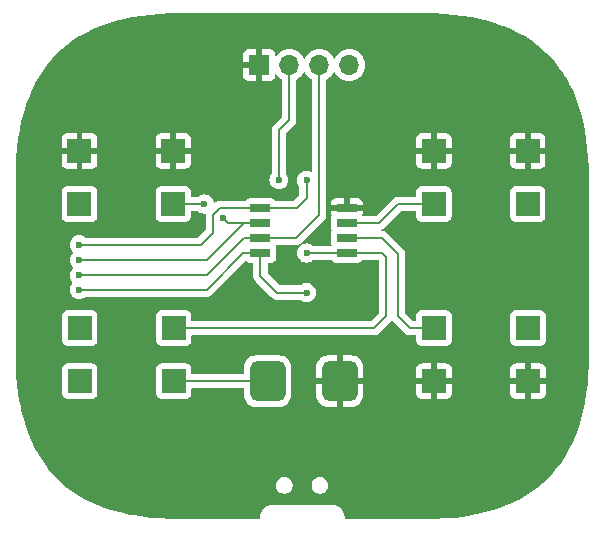
<source format=gbr>
%TF.GenerationSoftware,KiCad,Pcbnew,8.0.3*%
%TF.CreationDate,2024-08-18T16:24:04+10:00*%
%TF.ProjectId,tetris_03,74657472-6973-45f3-9033-2e6b69636164,rev?*%
%TF.SameCoordinates,Original*%
%TF.FileFunction,Copper,L1,Top*%
%TF.FilePolarity,Positive*%
%FSLAX46Y46*%
G04 Gerber Fmt 4.6, Leading zero omitted, Abs format (unit mm)*
G04 Created by KiCad (PCBNEW 8.0.3) date 2024-08-18 16:24:04*
%MOMM*%
%LPD*%
G01*
G04 APERTURE LIST*
G04 Aperture macros list*
%AMRoundRect*
0 Rectangle with rounded corners*
0 $1 Rounding radius*
0 $2 $3 $4 $5 $6 $7 $8 $9 X,Y pos of 4 corners*
0 Add a 4 corners polygon primitive as box body*
4,1,4,$2,$3,$4,$5,$6,$7,$8,$9,$2,$3,0*
0 Add four circle primitives for the rounded corners*
1,1,$1+$1,$2,$3*
1,1,$1+$1,$4,$5*
1,1,$1+$1,$6,$7*
1,1,$1+$1,$8,$9*
0 Add four rect primitives between the rounded corners*
20,1,$1+$1,$2,$3,$4,$5,0*
20,1,$1+$1,$4,$5,$6,$7,0*
20,1,$1+$1,$6,$7,$8,$9,0*
20,1,$1+$1,$8,$9,$2,$3,0*%
G04 Aperture macros list end*
%TA.AperFunction,SMDPad,CuDef*%
%ADD10R,2.000000X2.000000*%
%TD*%
%TA.AperFunction,ComponentPad*%
%ADD11R,1.700000X1.700000*%
%TD*%
%TA.AperFunction,ComponentPad*%
%ADD12O,1.700000X1.700000*%
%TD*%
%TA.AperFunction,SMDPad,CuDef*%
%ADD13R,1.700000X0.650000*%
%TD*%
%TA.AperFunction,SMDPad,CuDef*%
%ADD14RoundRect,0.535713X-0.964287X-1.139287X0.964287X-1.139287X0.964287X1.139287X-0.964287X1.139287X0*%
%TD*%
%TA.AperFunction,ViaPad*%
%ADD15C,0.600000*%
%TD*%
%TA.AperFunction,Conductor*%
%ADD16C,0.200000*%
%TD*%
G04 APERTURE END LIST*
D10*
%TO.P,RIGHT,1,1*%
%TO.N,Net-(U1-XTAL2{slash}PB4)*%
X147475000Y-48750000D03*
X139525000Y-48750000D03*
%TO.P,RIGHT,2,2*%
%TO.N,GND*%
X147475000Y-44250000D03*
X139525000Y-44250000D03*
%TD*%
%TO.P,LEFT,1,1*%
%TO.N,Net-(J1-Pin_4)*%
X117475000Y-48750000D03*
X109525000Y-48750000D03*
%TO.P,LEFT,2,2*%
%TO.N,GND*%
X117475000Y-44250000D03*
X109525000Y-44250000D03*
%TD*%
D11*
%TO.P,OLED,1,Pin_1*%
%TO.N,GND*%
X124750000Y-37000000D03*
D12*
%TO.P,OLED,2,Pin_2*%
%TO.N,VCC*%
X127290000Y-37000000D03*
%TO.P,OLED,3,Pin_3*%
%TO.N,Net-(J1-Pin_5)*%
X129830000Y-37000000D03*
%TO.P,OLED,4,Pin_4*%
%TO.N,Net-(J1-Pin_3)*%
X132370000Y-37000000D03*
%TD*%
D13*
%TO.P,ATTINY85,1,~{RESET}/PB5*%
%TO.N,Net-(J1-Pin_2)*%
X132150000Y-52905000D03*
%TO.P,ATTINY85,2,XTAL1/PB3*%
%TO.N,Net-(U1-XTAL1{slash}PB3)*%
X132150000Y-51635000D03*
%TO.P,ATTINY85,3,XTAL2/PB4*%
%TO.N,Net-(U1-XTAL2{slash}PB4)*%
X132150000Y-50365000D03*
%TO.P,ATTINY85,4,GND*%
%TO.N,GND*%
X132150000Y-49095000D03*
%TO.P,ATTINY85,5,AREF/PB0*%
%TO.N,Net-(J1-Pin_3)*%
X124850000Y-49095000D03*
%TO.P,ATTINY85,6,PB1*%
%TO.N,Net-(J1-Pin_4)*%
X124850000Y-50365000D03*
%TO.P,ATTINY85,7,PB2*%
%TO.N,Net-(J1-Pin_5)*%
X124850000Y-51635000D03*
%TO.P,ATTINY85,8,VCC*%
%TO.N,VCC*%
X124850000Y-52905000D03*
%TD*%
D10*
%TO.P,ROTATE,1,1*%
%TO.N,Net-(U1-XTAL1{slash}PB3)*%
X139550000Y-59250000D03*
X147500000Y-59250000D03*
%TO.P,ROTATE,2,2*%
%TO.N,GND*%
X139550000Y-63750000D03*
X147500000Y-63750000D03*
%TD*%
%TO.P,DROP,1,1*%
%TO.N,Net-(J1-Pin_2)*%
X109550000Y-59250000D03*
X117500000Y-59250000D03*
%TO.P,DROP,2,2*%
%TO.N,Net-(DROP1-Pad2)*%
X109550000Y-63750000D03*
X117500000Y-63750000D03*
%TD*%
D14*
%TO.P,R1,1*%
%TO.N,Net-(DROP1-Pad2)*%
X125450000Y-63750000D03*
%TO.P,R1,2*%
%TO.N,GND*%
X131550000Y-63750000D03*
%TD*%
D15*
%TO.N,Net-(J1-Pin_2)*%
X128750000Y-52900000D03*
%TO.N,Net-(J1-Pin_3)*%
X109500000Y-52200000D03*
X128750000Y-46750000D03*
%TO.N,VCC*%
X128750000Y-56250000D03*
X109500000Y-56000000D03*
X126400000Y-46700000D03*
%TO.N,Net-(J1-Pin_5)*%
X109500000Y-54800000D03*
%TO.N,Net-(J1-Pin_4)*%
X109500000Y-53500000D03*
X120100000Y-48750000D03*
X121675000Y-49925000D03*
%TD*%
D16*
%TO.N,Net-(DROP1-Pad2)*%
X117500000Y-63750000D02*
X125450000Y-63750000D01*
%TO.N,Net-(J1-Pin_2)*%
X135500000Y-53250000D02*
X135500000Y-58250000D01*
X135155000Y-52905000D02*
X135500000Y-53250000D01*
X129405000Y-52905000D02*
X132150000Y-52905000D01*
X129400000Y-52900000D02*
X129405000Y-52905000D01*
X132150000Y-52905000D02*
X135155000Y-52905000D01*
X135500000Y-58250000D02*
X134500000Y-59250000D01*
X134500000Y-59250000D02*
X117500000Y-59250000D01*
X128750000Y-52900000D02*
X129400000Y-52900000D01*
%TO.N,Net-(J1-Pin_3)*%
X121405000Y-49095000D02*
X124850000Y-49095000D01*
X120800000Y-51200000D02*
X120800000Y-49700000D01*
X109500000Y-52200000D02*
X119800000Y-52200000D01*
X120800000Y-49700000D02*
X121405000Y-49095000D01*
X124850000Y-49095000D02*
X127905000Y-49095000D01*
X128750000Y-48250000D02*
X128750000Y-48000000D01*
X127905000Y-49095000D02*
X128000000Y-49000000D01*
X128750000Y-48000000D02*
X128750000Y-46750000D01*
X119800000Y-52200000D02*
X120800000Y-51200000D01*
X128000000Y-49000000D02*
X128750000Y-48250000D01*
%TO.N,VCC*%
X123395000Y-52905000D02*
X124850000Y-52905000D01*
X109500000Y-56000000D02*
X120300000Y-56000000D01*
X120300000Y-56000000D02*
X123395000Y-52905000D01*
X127290000Y-37000000D02*
X127290000Y-41610000D01*
X124850000Y-54850000D02*
X124850000Y-52905000D01*
X126400000Y-42500000D02*
X126400000Y-46700000D01*
X126250000Y-56250000D02*
X124850000Y-54850000D01*
X127290000Y-41610000D02*
X126400000Y-42500000D01*
X128750000Y-56250000D02*
X126250000Y-56250000D01*
%TO.N,Net-(J1-Pin_5)*%
X129830000Y-49670000D02*
X129830000Y-37000000D01*
X127865000Y-51635000D02*
X129830000Y-49670000D01*
X124850000Y-51635000D02*
X127865000Y-51635000D01*
X120300000Y-54800000D02*
X123465000Y-51635000D01*
X123465000Y-51635000D02*
X124850000Y-51635000D01*
X109500000Y-54800000D02*
X120300000Y-54800000D01*
%TO.N,Net-(J1-Pin_4)*%
X123035000Y-50365000D02*
X124850000Y-50365000D01*
X120300000Y-53500000D02*
X123435000Y-50365000D01*
X120100000Y-48750000D02*
X117475000Y-48750000D01*
X123435000Y-50365000D02*
X124850000Y-50365000D01*
X121675000Y-49925000D02*
X122115000Y-50365000D01*
X109500000Y-53500000D02*
X120300000Y-53500000D01*
X122115000Y-50365000D02*
X124850000Y-50365000D01*
%TO.N,Net-(U1-XTAL2{slash}PB4)*%
X132150000Y-50365000D02*
X134885000Y-50365000D01*
X136500000Y-48750000D02*
X139525000Y-48750000D01*
X134885000Y-50365000D02*
X136500000Y-48750000D01*
%TO.N,Net-(U1-XTAL1{slash}PB3)*%
X135135000Y-51635000D02*
X136500000Y-53000000D01*
X137500000Y-59250000D02*
X139550000Y-59250000D01*
X132150000Y-51635000D02*
X135135000Y-51635000D01*
X136500000Y-53000000D02*
X136500000Y-58250000D01*
X136500000Y-58250000D02*
X137500000Y-59250000D01*
%TD*%
%TA.AperFunction,Conductor*%
%TO.N,GND*%
G36*
X138667647Y-32599412D02*
G01*
X139544556Y-32613271D01*
X139546135Y-32613323D01*
X140389316Y-32654621D01*
X140390972Y-32654731D01*
X141204651Y-32723422D01*
X141206455Y-32723608D01*
X141990568Y-32819557D01*
X141992500Y-32819832D01*
X142747087Y-32942897D01*
X142749096Y-32943268D01*
X143474263Y-33093302D01*
X143476385Y-33093791D01*
X144172059Y-33270603D01*
X144172087Y-33270610D01*
X144174322Y-33271234D01*
X144840761Y-33474689D01*
X144843032Y-33475445D01*
X145369812Y-33665495D01*
X145480321Y-33705364D01*
X145482713Y-33706298D01*
X146091080Y-33962546D01*
X146093522Y-33963655D01*
X146673186Y-34246101D01*
X146675656Y-34247393D01*
X147226927Y-34555965D01*
X147229398Y-34557444D01*
X147752672Y-34892163D01*
X147755109Y-34893828D01*
X148250718Y-35254729D01*
X148253066Y-35256552D01*
X148425773Y-35399348D01*
X148721369Y-35643750D01*
X148723651Y-35645760D01*
X149060509Y-35961505D01*
X149164988Y-36059436D01*
X149167152Y-36061595D01*
X149579954Y-36500000D01*
X149581866Y-36502030D01*
X149583884Y-36504311D01*
X149972252Y-36971829D01*
X149974102Y-36974201D01*
X150336319Y-37469145D01*
X150337989Y-37471577D01*
X150470640Y-37677828D01*
X150673611Y-37993415D01*
X150674186Y-37994308D01*
X150675665Y-37996764D01*
X150699166Y-38038493D01*
X150985899Y-38547639D01*
X150987194Y-38550099D01*
X151271454Y-39129446D01*
X151272566Y-39131878D01*
X151530782Y-39739971D01*
X151531721Y-39742352D01*
X151763797Y-40379468D01*
X151764574Y-40381779D01*
X151970375Y-41048108D01*
X151971005Y-41050335D01*
X152150355Y-41745962D01*
X152150854Y-41748093D01*
X152303621Y-42473200D01*
X152304005Y-42475231D01*
X152430025Y-43229870D01*
X152430307Y-43231796D01*
X152529426Y-44015917D01*
X152529622Y-44017738D01*
X152601713Y-44831446D01*
X152601835Y-44833162D01*
X152646773Y-45676405D01*
X152646832Y-45678020D01*
X152664574Y-46553715D01*
X152664584Y-46554708D01*
X152664584Y-61475168D01*
X152664578Y-61475949D01*
X152650598Y-62352735D01*
X152650544Y-62354371D01*
X152608910Y-63197329D01*
X152608794Y-63199067D01*
X152539566Y-64012556D01*
X152539374Y-64014397D01*
X152442713Y-64798334D01*
X152442433Y-64800281D01*
X152318509Y-65554664D01*
X152318127Y-65556714D01*
X152167117Y-66281592D01*
X152166618Y-66283743D01*
X151988709Y-66979184D01*
X151988078Y-66981428D01*
X151783464Y-67647526D01*
X151782685Y-67649854D01*
X151551526Y-68286824D01*
X151550584Y-68289219D01*
X151293083Y-68897154D01*
X151291968Y-68899599D01*
X151008233Y-69478820D01*
X151006934Y-69481290D01*
X150697077Y-70032046D01*
X150695591Y-70034515D01*
X150359630Y-70557174D01*
X150357957Y-70559612D01*
X149995872Y-71054507D01*
X149994019Y-71056883D01*
X149605708Y-71524376D01*
X149603689Y-71526658D01*
X149188977Y-71967097D01*
X149186813Y-71969256D01*
X148745486Y-72382927D01*
X148743201Y-72384939D01*
X148274936Y-72772137D01*
X148272559Y-72773983D01*
X147777048Y-73134882D01*
X147774611Y-73136547D01*
X147251512Y-73471275D01*
X147249045Y-73472754D01*
X146698014Y-73781366D01*
X146695547Y-73782656D01*
X146116328Y-74065110D01*
X146113889Y-74066218D01*
X145506198Y-74322454D01*
X145503809Y-74323389D01*
X144867392Y-74553307D01*
X144865072Y-74554080D01*
X144199794Y-74757518D01*
X144197558Y-74758144D01*
X143503325Y-74934943D01*
X143501182Y-74935438D01*
X142777830Y-75085452D01*
X142775788Y-75085831D01*
X142023320Y-75208884D01*
X142021382Y-75209161D01*
X141239838Y-75305092D01*
X141238004Y-75305282D01*
X140427333Y-75373958D01*
X140425603Y-75374074D01*
X139585890Y-75415362D01*
X139584262Y-75415415D01*
X138711283Y-75429274D01*
X138710505Y-75429280D01*
X132085546Y-75429280D01*
X132084397Y-75429266D01*
X132083256Y-75429239D01*
X132071381Y-75428960D01*
X132069060Y-75428851D01*
X132063178Y-75428433D01*
X132060861Y-75428213D01*
X132055684Y-75427597D01*
X132053348Y-75427262D01*
X132050743Y-75426824D01*
X132048757Y-75426489D01*
X132046416Y-75426037D01*
X132042412Y-75425161D01*
X132040109Y-75424598D01*
X132036584Y-75423646D01*
X132034275Y-75422961D01*
X132031234Y-75421977D01*
X132028956Y-75421178D01*
X132028940Y-75421172D01*
X132026284Y-75420165D01*
X132024049Y-75419254D01*
X132021758Y-75418254D01*
X132019560Y-75417229D01*
X132017543Y-75416227D01*
X132015396Y-75415094D01*
X132015273Y-75415025D01*
X132013622Y-75414100D01*
X132011523Y-75412853D01*
X132009972Y-75411879D01*
X132007982Y-75410559D01*
X132006571Y-75409573D01*
X132004591Y-75408113D01*
X132003354Y-75407152D01*
X132001506Y-75405641D01*
X132000331Y-75404631D01*
X131998486Y-75402961D01*
X131997444Y-75401969D01*
X131995730Y-75400255D01*
X131994712Y-75399185D01*
X131993091Y-75397395D01*
X131992096Y-75396238D01*
X131990551Y-75394348D01*
X131989571Y-75393086D01*
X131988130Y-75391132D01*
X131987157Y-75389742D01*
X131985815Y-75387716D01*
X131984852Y-75386181D01*
X131983629Y-75384122D01*
X131982625Y-75382333D01*
X131981482Y-75380170D01*
X131980472Y-75378138D01*
X131979464Y-75375977D01*
X131978430Y-75373606D01*
X131977527Y-75371389D01*
X131976534Y-75368767D01*
X131975739Y-75366501D01*
X131974738Y-75363408D01*
X131974060Y-75361126D01*
X131973104Y-75357590D01*
X131972549Y-75355314D01*
X131971665Y-75351270D01*
X131971221Y-75348968D01*
X131970447Y-75344373D01*
X131970114Y-75342058D01*
X131969494Y-75336851D01*
X131970042Y-75321762D01*
X131970237Y-75320754D01*
X131971073Y-75316432D01*
X131968322Y-75277646D01*
X131968702Y-75267185D01*
X131969681Y-75260401D01*
X131969681Y-75260399D01*
X131966867Y-75236783D01*
X131966537Y-75232141D01*
X131966482Y-75229780D01*
X131965983Y-75208499D01*
X131965981Y-75208495D01*
X131965956Y-75207392D01*
X131965762Y-75205359D01*
X131965660Y-75204756D01*
X131965661Y-75204753D01*
X131961713Y-75181296D01*
X131961158Y-75176630D01*
X131959405Y-75151896D01*
X131959169Y-75150253D01*
X131959018Y-75149562D01*
X131953937Y-75126316D01*
X131953154Y-75121662D01*
X131950217Y-75097005D01*
X131949980Y-75095777D01*
X131943572Y-75072063D01*
X131942554Y-75067410D01*
X131942548Y-75067372D01*
X131938623Y-75044042D01*
X131938622Y-75044039D01*
X131938419Y-75042833D01*
X131938197Y-75041925D01*
X131930602Y-75018456D01*
X131929355Y-75013848D01*
X131924297Y-74990702D01*
X131924296Y-74990700D01*
X131924023Y-74989450D01*
X131923882Y-74988976D01*
X131923498Y-74987965D01*
X131915106Y-74965815D01*
X131913634Y-74961270D01*
X131907437Y-74938330D01*
X131907094Y-74937060D01*
X131907040Y-74936908D01*
X131906608Y-74935919D01*
X131906608Y-74935917D01*
X131897073Y-74914076D01*
X131895371Y-74909586D01*
X131888056Y-74886976D01*
X131888055Y-74886974D01*
X131887659Y-74885750D01*
X131887191Y-74884808D01*
X131887191Y-74884807D01*
X131876588Y-74863469D01*
X131874655Y-74859040D01*
X131866234Y-74836815D01*
X131866234Y-74836814D01*
X131866232Y-74836811D01*
X131865822Y-74835729D01*
X131853686Y-74814073D01*
X131851530Y-74809736D01*
X131841999Y-74787901D01*
X131841997Y-74787898D01*
X131841570Y-74786920D01*
X131828394Y-74765935D01*
X131826010Y-74761683D01*
X131821583Y-74752773D01*
X131815411Y-74740352D01*
X131815409Y-74740350D01*
X131814986Y-74739498D01*
X131814500Y-74738803D01*
X131814499Y-74738800D01*
X131800815Y-74719241D01*
X131798225Y-74715115D01*
X131788684Y-74698092D01*
X131786556Y-74694295D01*
X131786554Y-74694293D01*
X131786121Y-74693520D01*
X131785626Y-74692883D01*
X131785626Y-74692882D01*
X131770966Y-74674010D01*
X131768163Y-74670004D01*
X131755028Y-74649083D01*
X131738960Y-74630403D01*
X131735957Y-74626538D01*
X131721828Y-74606343D01*
X131704833Y-74588474D01*
X131701642Y-74584765D01*
X131686512Y-74565288D01*
X131668659Y-74548307D01*
X131665290Y-74544766D01*
X131649702Y-74526646D01*
X131649698Y-74526643D01*
X131649229Y-74526098D01*
X131648686Y-74525631D01*
X131648685Y-74525629D01*
X131630563Y-74510039D01*
X131627029Y-74506678D01*
X131610541Y-74489343D01*
X131610540Y-74489342D01*
X131610035Y-74488811D01*
X131609434Y-74488344D01*
X131590549Y-74473675D01*
X131586842Y-74470486D01*
X131569007Y-74453521D01*
X131568370Y-74453075D01*
X131568369Y-74453074D01*
X131548804Y-74439384D01*
X131544946Y-74436387D01*
X131526243Y-74420297D01*
X131505305Y-74407152D01*
X131501301Y-74404351D01*
X131501293Y-74404345D01*
X131482438Y-74389699D01*
X131482437Y-74389698D01*
X131481802Y-74389205D01*
X131460238Y-74377119D01*
X131456105Y-74374524D01*
X131435837Y-74360344D01*
X131413623Y-74349307D01*
X131409372Y-74346924D01*
X131388413Y-74333765D01*
X131365634Y-74323821D01*
X131361284Y-74321660D01*
X131349907Y-74315284D01*
X131340470Y-74309995D01*
X131340468Y-74309994D01*
X131339602Y-74309509D01*
X131329779Y-74305787D01*
X131316264Y-74300666D01*
X131311843Y-74298736D01*
X131300067Y-74292885D01*
X131289550Y-74287660D01*
X131265757Y-74279961D01*
X131261254Y-74278254D01*
X131246039Y-74271613D01*
X131238477Y-74268312D01*
X131238298Y-74268250D01*
X131237019Y-74267904D01*
X131226876Y-74265162D01*
X131214117Y-74261714D01*
X131209543Y-74260233D01*
X131186368Y-74251453D01*
X131185831Y-74251294D01*
X131161457Y-74245968D01*
X131156835Y-74244719D01*
X131133379Y-74237130D01*
X131132499Y-74236915D01*
X131107970Y-74232787D01*
X131103322Y-74231771D01*
X131079592Y-74225359D01*
X131078303Y-74225109D01*
X131053627Y-74222170D01*
X131048966Y-74221385D01*
X131025086Y-74216168D01*
X131023407Y-74215926D01*
X130998712Y-74214174D01*
X130994051Y-74213618D01*
X130970030Y-74209577D01*
X130967915Y-74209375D01*
X130943170Y-74208793D01*
X130938529Y-74208463D01*
X130914918Y-74205651D01*
X130910497Y-74206289D01*
X130909709Y-74206403D01*
X130902714Y-74206905D01*
X130897929Y-74206905D01*
X130894464Y-74206782D01*
X130886933Y-74206247D01*
X130858902Y-74204260D01*
X130858892Y-74204260D01*
X130852276Y-74205539D01*
X130841835Y-74206416D01*
X130805722Y-74205570D01*
X130802605Y-74205497D01*
X130802604Y-74205497D01*
X130802603Y-74205497D01*
X130802509Y-74205520D01*
X130790942Y-74206905D01*
X125989383Y-74206905D01*
X125977816Y-74205520D01*
X125977721Y-74205497D01*
X125977720Y-74205497D01*
X125976739Y-74205520D01*
X125938489Y-74206416D01*
X125928047Y-74205539D01*
X125921430Y-74204260D01*
X125921422Y-74204260D01*
X125893390Y-74206247D01*
X125885859Y-74206782D01*
X125882395Y-74206905D01*
X125877610Y-74206905D01*
X125870614Y-74206403D01*
X125869510Y-74206244D01*
X125865404Y-74205651D01*
X125841793Y-74208463D01*
X125837152Y-74208793D01*
X125812415Y-74209374D01*
X125810297Y-74209576D01*
X125786275Y-74213618D01*
X125781612Y-74214174D01*
X125756924Y-74215924D01*
X125755238Y-74216167D01*
X125731354Y-74221385D01*
X125726695Y-74222170D01*
X125702024Y-74225109D01*
X125700712Y-74225363D01*
X125677012Y-74231768D01*
X125672363Y-74232785D01*
X125647844Y-74236911D01*
X125646929Y-74237135D01*
X125623493Y-74244717D01*
X125618873Y-74245966D01*
X125594501Y-74251292D01*
X125593949Y-74251456D01*
X125570781Y-74260232D01*
X125566211Y-74261711D01*
X125542052Y-74268241D01*
X125541843Y-74268315D01*
X125519092Y-74278245D01*
X125514579Y-74279956D01*
X125490770Y-74287660D01*
X125468471Y-74298739D01*
X125464033Y-74300676D01*
X125440718Y-74309510D01*
X125419050Y-74321653D01*
X125414702Y-74323814D01*
X125391913Y-74333762D01*
X125370937Y-74346930D01*
X125366693Y-74349309D01*
X125344477Y-74360349D01*
X125324221Y-74374521D01*
X125320090Y-74377115D01*
X125298519Y-74389204D01*
X125279026Y-74404345D01*
X125275027Y-74407144D01*
X125254082Y-74420294D01*
X125235377Y-74436385D01*
X125231516Y-74439385D01*
X125211309Y-74453524D01*
X125193465Y-74470495D01*
X125189759Y-74473684D01*
X125170298Y-74488802D01*
X125153308Y-74506662D01*
X125149764Y-74510033D01*
X125131092Y-74526097D01*
X125115018Y-74544779D01*
X125111650Y-74548320D01*
X125093793Y-74565308D01*
X125078680Y-74584762D01*
X125075491Y-74588470D01*
X125058504Y-74606330D01*
X125044365Y-74626537D01*
X125041364Y-74630399D01*
X125025298Y-74649075D01*
X125012155Y-74670007D01*
X125009356Y-74674008D01*
X124994199Y-74693520D01*
X124982097Y-74715112D01*
X124979505Y-74719241D01*
X124965329Y-74739505D01*
X124964902Y-74740363D01*
X124964902Y-74740364D01*
X124954297Y-74761706D01*
X124951921Y-74765944D01*
X124938760Y-74786906D01*
X124928808Y-74809703D01*
X124926647Y-74814051D01*
X124914501Y-74835723D01*
X124905661Y-74859055D01*
X124903723Y-74863492D01*
X124892650Y-74885780D01*
X124884951Y-74909573D01*
X124883243Y-74914078D01*
X124873921Y-74935438D01*
X124873313Y-74936831D01*
X124873225Y-74937080D01*
X124866701Y-74961219D01*
X124865221Y-74965791D01*
X124856451Y-74988941D01*
X124856281Y-74989512D01*
X124850959Y-75013870D01*
X124849710Y-75018491D01*
X124842123Y-75041942D01*
X124841904Y-75042836D01*
X124837775Y-75067372D01*
X124836758Y-75072021D01*
X124830351Y-75095731D01*
X124830098Y-75097038D01*
X124827160Y-75121703D01*
X124826375Y-75126365D01*
X124821157Y-75150249D01*
X124820914Y-75151935D01*
X124819165Y-75176612D01*
X124818609Y-75181275D01*
X124814569Y-75205288D01*
X124814364Y-75207426D01*
X124813783Y-75232160D01*
X124813453Y-75236801D01*
X124810641Y-75260414D01*
X124811620Y-75267204D01*
X124811998Y-75277658D01*
X124809250Y-75316430D01*
X124809250Y-75316432D01*
X124810280Y-75321758D01*
X124810826Y-75336862D01*
X124810209Y-75342037D01*
X124809875Y-75344367D01*
X124809105Y-75348943D01*
X124808655Y-75351272D01*
X124807779Y-75355281D01*
X124807210Y-75357608D01*
X124806259Y-75361126D01*
X124805576Y-75363427D01*
X124804586Y-75366486D01*
X124803794Y-75368744D01*
X124802794Y-75371386D01*
X124801875Y-75373643D01*
X124800864Y-75375959D01*
X124799831Y-75378173D01*
X124798838Y-75380170D01*
X124797715Y-75382297D01*
X124796722Y-75384070D01*
X124795461Y-75386194D01*
X124794501Y-75387722D01*
X124793160Y-75389742D01*
X124792182Y-75391140D01*
X124790737Y-75393100D01*
X124789779Y-75394334D01*
X124788215Y-75396248D01*
X124787240Y-75397381D01*
X124785598Y-75399195D01*
X124784598Y-75400246D01*
X124782870Y-75401974D01*
X124781805Y-75402987D01*
X124779992Y-75404627D01*
X124778839Y-75405619D01*
X124776962Y-75407155D01*
X124775752Y-75408096D01*
X124773732Y-75409585D01*
X124772342Y-75410556D01*
X124770347Y-75411879D01*
X124768795Y-75412854D01*
X124766673Y-75414114D01*
X124764925Y-75415093D01*
X124762789Y-75416220D01*
X124760785Y-75417216D01*
X124758580Y-75418245D01*
X124756257Y-75419259D01*
X124754026Y-75420168D01*
X124751378Y-75421172D01*
X124749090Y-75421976D01*
X124746027Y-75422967D01*
X124743718Y-75423651D01*
X124740204Y-75424600D01*
X124737892Y-75425165D01*
X124733916Y-75426034D01*
X124731588Y-75426484D01*
X124726973Y-75427261D01*
X124724633Y-75427597D01*
X124719461Y-75428213D01*
X124717132Y-75428434D01*
X124711252Y-75428851D01*
X124708938Y-75428960D01*
X124697067Y-75429239D01*
X124695925Y-75429266D01*
X124694777Y-75429280D01*
X118069851Y-75429280D01*
X118069070Y-75429274D01*
X117192283Y-75415294D01*
X117190647Y-75415240D01*
X116347694Y-75373606D01*
X116345956Y-75373490D01*
X115532464Y-75304261D01*
X115530623Y-75304069D01*
X114746701Y-75207410D01*
X114744754Y-75207130D01*
X114074560Y-75097038D01*
X113990351Y-75083205D01*
X113988314Y-75082825D01*
X113802076Y-75044027D01*
X113263428Y-74931812D01*
X113261277Y-74931313D01*
X112565833Y-74753404D01*
X112563589Y-74752773D01*
X111897489Y-74548158D01*
X111895161Y-74547379D01*
X111258203Y-74316226D01*
X111255808Y-74315284D01*
X110647878Y-74057786D01*
X110645433Y-74056671D01*
X110086056Y-73782656D01*
X110066191Y-73772925D01*
X110063725Y-73771628D01*
X109512972Y-73461773D01*
X109510503Y-73460287D01*
X108987838Y-73124321D01*
X108985400Y-73122648D01*
X108490513Y-72760568D01*
X108488137Y-72758715D01*
X108189910Y-72511001D01*
X126174500Y-72511001D01*
X126174500Y-72648998D01*
X126201417Y-72784318D01*
X126201420Y-72784328D01*
X126254225Y-72911811D01*
X126285137Y-72958074D01*
X126330883Y-73026539D01*
X126428460Y-73124116D01*
X126445875Y-73135752D01*
X126543189Y-73200775D01*
X126670672Y-73253580D01*
X126670678Y-73253581D01*
X126670681Y-73253582D01*
X126806001Y-73280499D01*
X126806007Y-73280500D01*
X126943993Y-73280500D01*
X127079328Y-73253580D01*
X127206811Y-73200775D01*
X127321542Y-73124114D01*
X127419114Y-73026542D01*
X127495775Y-72911811D01*
X127548580Y-72784328D01*
X127575500Y-72648993D01*
X127575500Y-72511007D01*
X127575499Y-72511001D01*
X129174500Y-72511001D01*
X129174500Y-72648998D01*
X129201417Y-72784318D01*
X129201420Y-72784328D01*
X129254225Y-72911811D01*
X129285137Y-72958074D01*
X129330883Y-73026539D01*
X129428460Y-73124116D01*
X129445875Y-73135752D01*
X129543189Y-73200775D01*
X129670672Y-73253580D01*
X129670678Y-73253581D01*
X129670681Y-73253582D01*
X129806001Y-73280499D01*
X129806007Y-73280500D01*
X129943993Y-73280500D01*
X130079328Y-73253580D01*
X130206811Y-73200775D01*
X130321542Y-73124114D01*
X130419114Y-73026542D01*
X130495775Y-72911811D01*
X130548580Y-72784328D01*
X130575500Y-72648993D01*
X130575500Y-72511007D01*
X130575499Y-72511001D01*
X130548582Y-72375681D01*
X130548579Y-72375670D01*
X130495776Y-72248192D01*
X130495775Y-72248189D01*
X130444147Y-72170923D01*
X130419116Y-72133460D01*
X130321539Y-72035883D01*
X130221823Y-71969256D01*
X130206811Y-71959225D01*
X130206808Y-71959223D01*
X130206807Y-71959223D01*
X130079329Y-71906420D01*
X130079318Y-71906417D01*
X129943998Y-71879500D01*
X129943993Y-71879500D01*
X129806007Y-71879500D01*
X129806001Y-71879500D01*
X129670681Y-71906417D01*
X129670670Y-71906420D01*
X129543192Y-71959223D01*
X129428460Y-72035883D01*
X129330883Y-72133460D01*
X129254223Y-72248192D01*
X129201420Y-72375670D01*
X129201417Y-72375681D01*
X129174500Y-72511001D01*
X127575499Y-72511001D01*
X127548582Y-72375681D01*
X127548579Y-72375670D01*
X127495776Y-72248192D01*
X127495775Y-72248189D01*
X127444147Y-72170923D01*
X127419116Y-72133460D01*
X127321539Y-72035883D01*
X127221823Y-71969256D01*
X127206811Y-71959225D01*
X127206808Y-71959223D01*
X127206807Y-71959223D01*
X127079329Y-71906420D01*
X127079318Y-71906417D01*
X126943998Y-71879500D01*
X126943993Y-71879500D01*
X126806007Y-71879500D01*
X126806001Y-71879500D01*
X126670681Y-71906417D01*
X126670670Y-71906420D01*
X126543192Y-71959223D01*
X126428460Y-72035883D01*
X126330883Y-72133460D01*
X126254223Y-72248192D01*
X126201420Y-72375670D01*
X126201417Y-72375681D01*
X126174500Y-72511001D01*
X108189910Y-72511001D01*
X108026996Y-72375681D01*
X108020642Y-72370403D01*
X108018367Y-72368390D01*
X107577920Y-71953671D01*
X107575761Y-71951507D01*
X107162093Y-71510184D01*
X107160080Y-71507899D01*
X106887398Y-71178124D01*
X106772869Y-71039616D01*
X106771028Y-71037244D01*
X106410136Y-70541743D01*
X106408471Y-70539306D01*
X106073743Y-70016208D01*
X106072264Y-70013741D01*
X105989952Y-69866772D01*
X105763643Y-69462692D01*
X105762371Y-69460261D01*
X105488382Y-68898402D01*
X105479908Y-68881024D01*
X105478800Y-68878585D01*
X105222564Y-68270894D01*
X105221629Y-68268505D01*
X104991704Y-67632066D01*
X104990947Y-67629795D01*
X104787495Y-66964478D01*
X104786872Y-66962251D01*
X104610071Y-66268012D01*
X104609579Y-66265880D01*
X104538885Y-65924998D01*
X104459568Y-65542532D01*
X104459189Y-65540490D01*
X104447250Y-65467481D01*
X104336128Y-64787975D01*
X104335862Y-64786119D01*
X104239922Y-64004496D01*
X104239739Y-64002737D01*
X104171057Y-63192010D01*
X104170946Y-63190359D01*
X104146939Y-62702120D01*
X108049500Y-62702120D01*
X108049500Y-64797879D01*
X108055907Y-64857478D01*
X108055909Y-64857483D01*
X108106204Y-64992331D01*
X108192454Y-65107546D01*
X108284934Y-65176776D01*
X108307074Y-65193351D01*
X108307669Y-65193796D01*
X108442517Y-65244091D01*
X108442520Y-65244092D01*
X108486177Y-65248785D01*
X108502127Y-65250500D01*
X110597872Y-65250499D01*
X110597878Y-65250499D01*
X110657478Y-65244092D01*
X110657479Y-65244091D01*
X110657483Y-65244091D01*
X110792331Y-65193796D01*
X110907546Y-65107546D01*
X110993796Y-64992331D01*
X111044091Y-64857483D01*
X111044091Y-64857481D01*
X111044092Y-64857479D01*
X111050241Y-64800281D01*
X111050500Y-64797873D01*
X111050499Y-62702128D01*
X111050499Y-62702127D01*
X111050499Y-62702120D01*
X115999500Y-62702120D01*
X115999500Y-64797879D01*
X116005907Y-64857478D01*
X116005909Y-64857483D01*
X116056204Y-64992331D01*
X116142454Y-65107546D01*
X116234934Y-65176776D01*
X116257074Y-65193351D01*
X116257669Y-65193796D01*
X116392517Y-65244091D01*
X116392520Y-65244092D01*
X116436177Y-65248785D01*
X116452127Y-65250500D01*
X118547872Y-65250499D01*
X118547878Y-65250499D01*
X118607478Y-65244092D01*
X118607479Y-65244091D01*
X118607483Y-65244091D01*
X118742331Y-65193796D01*
X118857546Y-65107546D01*
X118943796Y-64992331D01*
X118994091Y-64857483D01*
X118994091Y-64857481D01*
X118994092Y-64857479D01*
X119000500Y-64797879D01*
X119000500Y-64399500D01*
X119014852Y-64364852D01*
X119049500Y-64350500D01*
X123400501Y-64350500D01*
X123435149Y-64364852D01*
X123449501Y-64399500D01*
X123449501Y-64940194D01*
X123464493Y-65092420D01*
X123523745Y-65287747D01*
X123523748Y-65287752D01*
X123523749Y-65287755D01*
X123619965Y-65467763D01*
X123619967Y-65467766D01*
X123749452Y-65625544D01*
X123749455Y-65625547D01*
X123821765Y-65684890D01*
X123907238Y-65755036D01*
X124087253Y-65851255D01*
X124282580Y-65910507D01*
X124434805Y-65925500D01*
X126465194Y-65925499D01*
X126465195Y-65925499D01*
X126478842Y-65924154D01*
X126617420Y-65910507D01*
X126812747Y-65851255D01*
X126992762Y-65755036D01*
X127150546Y-65625546D01*
X127280036Y-65467762D01*
X127376255Y-65287747D01*
X127435507Y-65092420D01*
X127450500Y-64940195D01*
X127450500Y-64940166D01*
X129550001Y-64940166D01*
X129564985Y-65092321D01*
X129564986Y-65092323D01*
X129624208Y-65287552D01*
X129624211Y-65287559D01*
X129720383Y-65467481D01*
X129849810Y-65625189D01*
X130007518Y-65754616D01*
X130187440Y-65850788D01*
X130187447Y-65850791D01*
X130382677Y-65910013D01*
X130534833Y-65924999D01*
X131299999Y-65924999D01*
X131800000Y-65924999D01*
X132565164Y-65924999D01*
X132565166Y-65924998D01*
X132717321Y-65910014D01*
X132717323Y-65910013D01*
X132912552Y-65850791D01*
X132912559Y-65850788D01*
X133092481Y-65754616D01*
X133250189Y-65625189D01*
X133379616Y-65467481D01*
X133475788Y-65287559D01*
X133475791Y-65287552D01*
X133535013Y-65092323D01*
X133535013Y-65092322D01*
X133550000Y-64940166D01*
X133550000Y-64797834D01*
X138050000Y-64797834D01*
X138056401Y-64857372D01*
X138056401Y-64857373D01*
X138106648Y-64992091D01*
X138192811Y-65107188D01*
X138307908Y-65193351D01*
X138442626Y-65243598D01*
X138502166Y-65250000D01*
X139300000Y-65250000D01*
X139800000Y-65250000D01*
X140597834Y-65250000D01*
X140657372Y-65243598D01*
X140657373Y-65243598D01*
X140792091Y-65193351D01*
X140907188Y-65107188D01*
X140993351Y-64992091D01*
X141043598Y-64857373D01*
X141043598Y-64857372D01*
X141050000Y-64797834D01*
X146000000Y-64797834D01*
X146006401Y-64857372D01*
X146006401Y-64857373D01*
X146056648Y-64992091D01*
X146142811Y-65107188D01*
X146257908Y-65193351D01*
X146392626Y-65243598D01*
X146452166Y-65250000D01*
X147250000Y-65250000D01*
X147750000Y-65250000D01*
X148547834Y-65250000D01*
X148607372Y-65243598D01*
X148607373Y-65243598D01*
X148742091Y-65193351D01*
X148857188Y-65107188D01*
X148943351Y-64992091D01*
X148993598Y-64857373D01*
X148993598Y-64857372D01*
X149000000Y-64797834D01*
X149000000Y-64000000D01*
X147750000Y-64000000D01*
X147750000Y-65250000D01*
X147250000Y-65250000D01*
X147250000Y-64000000D01*
X146000000Y-64000000D01*
X146000000Y-64797834D01*
X141050000Y-64797834D01*
X141050000Y-64000000D01*
X139800000Y-64000000D01*
X139800000Y-65250000D01*
X139300000Y-65250000D01*
X139300000Y-64000000D01*
X138050000Y-64000000D01*
X138050000Y-64797834D01*
X133550000Y-64797834D01*
X133550000Y-64000000D01*
X131800000Y-64000000D01*
X131800000Y-65924999D01*
X131299999Y-65924999D01*
X131300000Y-65924998D01*
X131300000Y-64000000D01*
X129550001Y-64000000D01*
X129550001Y-64940166D01*
X127450500Y-64940166D01*
X127450499Y-62559833D01*
X129550000Y-62559833D01*
X129550000Y-63500000D01*
X131300000Y-63500000D01*
X131800000Y-63500000D01*
X133549999Y-63500000D01*
X133549999Y-62702165D01*
X138050000Y-62702165D01*
X138050000Y-63500000D01*
X139300000Y-63500000D01*
X139800000Y-63500000D01*
X141050000Y-63500000D01*
X141050000Y-62702165D01*
X146000000Y-62702165D01*
X146000000Y-63500000D01*
X147250000Y-63500000D01*
X147750000Y-63500000D01*
X149000000Y-63500000D01*
X149000000Y-62702165D01*
X148993598Y-62642627D01*
X148993598Y-62642626D01*
X148943351Y-62507908D01*
X148857188Y-62392811D01*
X148742091Y-62306648D01*
X148607373Y-62256401D01*
X148547834Y-62250000D01*
X147750000Y-62250000D01*
X147750000Y-63500000D01*
X147250000Y-63500000D01*
X147250000Y-62250000D01*
X146452166Y-62250000D01*
X146392627Y-62256401D01*
X146392626Y-62256401D01*
X146257908Y-62306648D01*
X146142811Y-62392811D01*
X146056648Y-62507908D01*
X146006401Y-62642626D01*
X146006401Y-62642627D01*
X146000000Y-62702165D01*
X141050000Y-62702165D01*
X141043598Y-62642627D01*
X141043598Y-62642626D01*
X140993351Y-62507908D01*
X140907188Y-62392811D01*
X140792091Y-62306648D01*
X140657373Y-62256401D01*
X140597834Y-62250000D01*
X139800000Y-62250000D01*
X139800000Y-63500000D01*
X139300000Y-63500000D01*
X139300000Y-62250000D01*
X138502166Y-62250000D01*
X138442627Y-62256401D01*
X138442626Y-62256401D01*
X138307908Y-62306648D01*
X138192811Y-62392811D01*
X138106648Y-62507908D01*
X138056401Y-62642626D01*
X138056401Y-62642627D01*
X138050000Y-62702165D01*
X133549999Y-62702165D01*
X133549999Y-62559836D01*
X133549998Y-62559833D01*
X133535014Y-62407678D01*
X133535013Y-62407676D01*
X133475791Y-62212447D01*
X133475788Y-62212440D01*
X133379616Y-62032518D01*
X133250189Y-61874810D01*
X133092481Y-61745383D01*
X132912559Y-61649211D01*
X132912552Y-61649208D01*
X132717322Y-61589986D01*
X132565166Y-61575000D01*
X131800000Y-61575000D01*
X131800000Y-63500000D01*
X131300000Y-63500000D01*
X131300000Y-61575000D01*
X130534836Y-61575000D01*
X130534833Y-61575001D01*
X130382678Y-61589985D01*
X130382676Y-61589986D01*
X130187447Y-61649208D01*
X130187440Y-61649211D01*
X130007518Y-61745383D01*
X129849810Y-61874810D01*
X129720383Y-62032518D01*
X129624211Y-62212440D01*
X129624208Y-62212447D01*
X129564986Y-62407676D01*
X129564986Y-62407677D01*
X129550000Y-62559833D01*
X127450499Y-62559833D01*
X127450499Y-62559806D01*
X127435507Y-62407580D01*
X127376255Y-62212253D01*
X127280036Y-62032238D01*
X127150546Y-61874454D01*
X126992762Y-61744964D01*
X126813619Y-61649211D01*
X126812755Y-61648749D01*
X126812752Y-61648748D01*
X126812747Y-61648745D01*
X126715083Y-61619119D01*
X126617424Y-61589494D01*
X126617416Y-61589492D01*
X126465196Y-61574500D01*
X124434804Y-61574500D01*
X124282579Y-61589493D01*
X124282578Y-61589493D01*
X124087256Y-61648744D01*
X124087253Y-61648745D01*
X124087250Y-61648746D01*
X124087244Y-61648749D01*
X123907236Y-61744965D01*
X123907233Y-61744967D01*
X123749455Y-61874452D01*
X123749452Y-61874455D01*
X123619967Y-62032233D01*
X123619965Y-62032236D01*
X123523749Y-62212244D01*
X123523744Y-62212256D01*
X123464494Y-62407575D01*
X123464492Y-62407583D01*
X123449500Y-62559803D01*
X123449500Y-63100500D01*
X123435148Y-63135148D01*
X123400500Y-63149500D01*
X119049499Y-63149500D01*
X119014851Y-63135148D01*
X119000499Y-63100500D01*
X119000499Y-62702120D01*
X118994092Y-62642521D01*
X118994091Y-62642517D01*
X118943796Y-62507669D01*
X118857546Y-62392454D01*
X118756133Y-62316536D01*
X118742333Y-62306205D01*
X118742331Y-62306204D01*
X118697381Y-62289439D01*
X118607479Y-62255907D01*
X118547879Y-62249500D01*
X116452120Y-62249500D01*
X116392521Y-62255907D01*
X116257666Y-62306205D01*
X116142454Y-62392454D01*
X116056205Y-62507666D01*
X116005907Y-62642520D01*
X115999500Y-62702120D01*
X111050499Y-62702120D01*
X111044092Y-62642521D01*
X111044091Y-62642517D01*
X110993796Y-62507669D01*
X110907546Y-62392454D01*
X110806133Y-62316536D01*
X110792333Y-62306205D01*
X110792331Y-62306204D01*
X110747381Y-62289439D01*
X110657479Y-62255907D01*
X110597879Y-62249500D01*
X108502120Y-62249500D01*
X108442521Y-62255907D01*
X108307666Y-62306205D01*
X108192454Y-62392454D01*
X108106205Y-62507666D01*
X108055907Y-62642520D01*
X108049500Y-62702120D01*
X104146939Y-62702120D01*
X104129654Y-62350582D01*
X104129602Y-62348959D01*
X104129218Y-62324797D01*
X104115746Y-61475981D01*
X104115740Y-61475203D01*
X104115740Y-58202120D01*
X108049500Y-58202120D01*
X108049500Y-60297879D01*
X108055907Y-60357478D01*
X108055909Y-60357483D01*
X108106204Y-60492331D01*
X108192454Y-60607546D01*
X108307669Y-60693796D01*
X108442517Y-60744091D01*
X108442520Y-60744092D01*
X108486177Y-60748785D01*
X108502127Y-60750500D01*
X110597872Y-60750499D01*
X110597878Y-60750499D01*
X110657478Y-60744092D01*
X110657479Y-60744091D01*
X110657483Y-60744091D01*
X110792331Y-60693796D01*
X110907546Y-60607546D01*
X110993796Y-60492331D01*
X111044091Y-60357483D01*
X111044091Y-60357481D01*
X111044092Y-60357479D01*
X111050499Y-60297879D01*
X111050500Y-60297873D01*
X111050499Y-58202128D01*
X111050499Y-58202127D01*
X111050499Y-58202120D01*
X115999500Y-58202120D01*
X115999500Y-60297879D01*
X116005907Y-60357478D01*
X116005909Y-60357483D01*
X116056204Y-60492331D01*
X116142454Y-60607546D01*
X116257669Y-60693796D01*
X116392517Y-60744091D01*
X116392520Y-60744092D01*
X116436177Y-60748785D01*
X116452127Y-60750500D01*
X118547872Y-60750499D01*
X118547878Y-60750499D01*
X118607478Y-60744092D01*
X118607479Y-60744091D01*
X118607483Y-60744091D01*
X118742331Y-60693796D01*
X118857546Y-60607546D01*
X118943796Y-60492331D01*
X118994091Y-60357483D01*
X118994091Y-60357481D01*
X118994092Y-60357479D01*
X119000500Y-60297879D01*
X119000500Y-59899500D01*
X119014852Y-59864852D01*
X119049500Y-59850500D01*
X134417930Y-59850500D01*
X134417946Y-59850501D01*
X134420943Y-59850501D01*
X134579059Y-59850501D01*
X134680875Y-59823218D01*
X134731785Y-59809577D01*
X134731786Y-59809576D01*
X134731790Y-59809575D01*
X134781892Y-59780646D01*
X134781892Y-59780645D01*
X134781904Y-59780639D01*
X134868716Y-59730520D01*
X134980520Y-59618716D01*
X134980520Y-59618714D01*
X134984549Y-59614686D01*
X134984552Y-59614681D01*
X135965354Y-58633881D01*
X135999999Y-58619531D01*
X136034647Y-58633883D01*
X136134074Y-58733310D01*
X136134079Y-58733314D01*
X137131284Y-59730520D01*
X137131287Y-59730521D01*
X137131290Y-59730524D01*
X137268214Y-59809576D01*
X137268216Y-59809577D01*
X137339093Y-59828568D01*
X137420941Y-59850501D01*
X137420943Y-59850501D01*
X137582055Y-59850501D01*
X137582071Y-59850500D01*
X138000501Y-59850500D01*
X138035149Y-59864852D01*
X138049501Y-59899500D01*
X138049501Y-60297879D01*
X138055907Y-60357478D01*
X138055909Y-60357483D01*
X138106204Y-60492331D01*
X138192454Y-60607546D01*
X138307669Y-60693796D01*
X138442517Y-60744091D01*
X138442520Y-60744092D01*
X138486177Y-60748785D01*
X138502127Y-60750500D01*
X140597872Y-60750499D01*
X140597878Y-60750499D01*
X140657478Y-60744092D01*
X140657479Y-60744091D01*
X140657483Y-60744091D01*
X140792331Y-60693796D01*
X140907546Y-60607546D01*
X140993796Y-60492331D01*
X141044091Y-60357483D01*
X141044091Y-60357481D01*
X141044092Y-60357479D01*
X141050499Y-60297879D01*
X141050500Y-60297873D01*
X141050499Y-58202128D01*
X141050499Y-58202127D01*
X141050499Y-58202120D01*
X145999500Y-58202120D01*
X145999500Y-60297879D01*
X146005907Y-60357478D01*
X146005909Y-60357483D01*
X146056204Y-60492331D01*
X146142454Y-60607546D01*
X146257669Y-60693796D01*
X146392517Y-60744091D01*
X146392520Y-60744092D01*
X146436177Y-60748785D01*
X146452127Y-60750500D01*
X148547872Y-60750499D01*
X148547878Y-60750499D01*
X148607478Y-60744092D01*
X148607479Y-60744091D01*
X148607483Y-60744091D01*
X148742331Y-60693796D01*
X148857546Y-60607546D01*
X148943796Y-60492331D01*
X148994091Y-60357483D01*
X148994091Y-60357481D01*
X148994092Y-60357479D01*
X149000499Y-60297879D01*
X149000500Y-60297873D01*
X149000499Y-58202128D01*
X149000499Y-58202127D01*
X149000499Y-58202120D01*
X148994092Y-58142521D01*
X148994091Y-58142517D01*
X148943796Y-58007669D01*
X148857546Y-57892454D01*
X148788314Y-57840627D01*
X148742333Y-57806205D01*
X148742331Y-57806204D01*
X148697381Y-57789439D01*
X148607479Y-57755907D01*
X148547879Y-57749500D01*
X146452120Y-57749500D01*
X146392521Y-57755907D01*
X146257666Y-57806205D01*
X146142454Y-57892454D01*
X146056205Y-58007666D01*
X146005907Y-58142520D01*
X145999500Y-58202120D01*
X141050499Y-58202120D01*
X141044092Y-58142521D01*
X141044091Y-58142517D01*
X140993796Y-58007669D01*
X140907546Y-57892454D01*
X140838314Y-57840627D01*
X140792333Y-57806205D01*
X140792331Y-57806204D01*
X140747381Y-57789439D01*
X140657479Y-57755907D01*
X140597879Y-57749500D01*
X138502120Y-57749500D01*
X138442521Y-57755907D01*
X138307666Y-57806205D01*
X138192454Y-57892454D01*
X138106205Y-58007666D01*
X138055907Y-58142520D01*
X138049500Y-58202120D01*
X138049500Y-58600500D01*
X138035148Y-58635148D01*
X138000500Y-58649500D01*
X137769032Y-58649500D01*
X137734384Y-58635148D01*
X137114852Y-58015616D01*
X137100500Y-57980968D01*
X137100500Y-53083014D01*
X137100501Y-53083001D01*
X137100501Y-52920941D01*
X137069434Y-52805003D01*
X137059577Y-52768216D01*
X137059576Y-52768214D01*
X137059576Y-52768213D01*
X136980524Y-52631290D01*
X136980521Y-52631287D01*
X136980520Y-52631284D01*
X135618314Y-51269079D01*
X135618313Y-51269077D01*
X135503718Y-51154482D01*
X135503712Y-51154477D01*
X135440405Y-51117928D01*
X135416904Y-51104360D01*
X135366785Y-51075423D01*
X135366784Y-51075422D01*
X135366783Y-51075422D01*
X135366781Y-51075421D01*
X135214060Y-51034499D01*
X135214057Y-51034499D01*
X135078744Y-51034499D01*
X135044096Y-51020147D01*
X135029744Y-50985499D01*
X135044096Y-50950851D01*
X135066062Y-50938169D01*
X135101040Y-50928795D01*
X135116785Y-50924577D01*
X135116786Y-50924576D01*
X135116790Y-50924575D01*
X135166892Y-50895646D01*
X135166892Y-50895645D01*
X135166904Y-50895639D01*
X135253716Y-50845520D01*
X135365520Y-50733716D01*
X135365520Y-50733714D01*
X135369549Y-50729686D01*
X135369552Y-50729681D01*
X136734383Y-49364852D01*
X136769031Y-49350500D01*
X137975501Y-49350500D01*
X138010149Y-49364852D01*
X138024501Y-49399500D01*
X138024501Y-49797879D01*
X138030907Y-49857478D01*
X138030909Y-49857483D01*
X138081204Y-49992331D01*
X138167454Y-50107546D01*
X138282669Y-50193796D01*
X138417517Y-50244091D01*
X138417520Y-50244092D01*
X138461177Y-50248785D01*
X138477127Y-50250500D01*
X140572872Y-50250499D01*
X140572878Y-50250499D01*
X140632478Y-50244092D01*
X140632479Y-50244091D01*
X140632483Y-50244091D01*
X140767331Y-50193796D01*
X140882546Y-50107546D01*
X140968796Y-49992331D01*
X141019091Y-49857483D01*
X141019091Y-49857481D01*
X141019092Y-49857479D01*
X141025499Y-49797879D01*
X141025500Y-49797873D01*
X141025499Y-47702128D01*
X141025499Y-47702127D01*
X141025499Y-47702120D01*
X145974500Y-47702120D01*
X145974500Y-49797879D01*
X145980907Y-49857478D01*
X145980909Y-49857483D01*
X146031204Y-49992331D01*
X146117454Y-50107546D01*
X146232669Y-50193796D01*
X146367517Y-50244091D01*
X146367520Y-50244092D01*
X146411177Y-50248785D01*
X146427127Y-50250500D01*
X148522872Y-50250499D01*
X148522878Y-50250499D01*
X148582478Y-50244092D01*
X148582479Y-50244091D01*
X148582483Y-50244091D01*
X148717331Y-50193796D01*
X148832546Y-50107546D01*
X148918796Y-49992331D01*
X148969091Y-49857483D01*
X148969091Y-49857481D01*
X148969092Y-49857479D01*
X148975499Y-49797879D01*
X148975500Y-49797873D01*
X148975499Y-47702128D01*
X148975499Y-47702127D01*
X148975499Y-47702120D01*
X148969092Y-47642521D01*
X148969091Y-47642517D01*
X148918796Y-47507669D01*
X148832546Y-47392454D01*
X148748870Y-47329814D01*
X148717333Y-47306205D01*
X148717331Y-47306204D01*
X148672381Y-47289439D01*
X148582479Y-47255907D01*
X148522879Y-47249500D01*
X146427120Y-47249500D01*
X146367521Y-47255907D01*
X146232666Y-47306205D01*
X146117454Y-47392454D01*
X146031205Y-47507666D01*
X145980907Y-47642520D01*
X145974500Y-47702120D01*
X141025499Y-47702120D01*
X141019092Y-47642521D01*
X141019091Y-47642517D01*
X140968796Y-47507669D01*
X140882546Y-47392454D01*
X140798870Y-47329814D01*
X140767333Y-47306205D01*
X140767331Y-47306204D01*
X140722381Y-47289439D01*
X140632479Y-47255907D01*
X140572879Y-47249500D01*
X138477120Y-47249500D01*
X138417521Y-47255907D01*
X138282666Y-47306205D01*
X138167454Y-47392454D01*
X138081205Y-47507666D01*
X138030907Y-47642520D01*
X138024500Y-47702120D01*
X138024500Y-48100500D01*
X138010148Y-48135148D01*
X137975500Y-48149500D01*
X136582070Y-48149500D01*
X136582054Y-48149499D01*
X136579057Y-48149499D01*
X136420943Y-48149499D01*
X136420940Y-48149499D01*
X136268218Y-48190421D01*
X136268212Y-48190423D01*
X136233065Y-48210717D01*
X136131283Y-48269480D01*
X136131283Y-48269481D01*
X136019478Y-48381286D01*
X134650617Y-49750148D01*
X134615969Y-49764500D01*
X133464578Y-49764500D01*
X133429930Y-49750148D01*
X133415578Y-49715500D01*
X133425352Y-49686135D01*
X133443352Y-49662089D01*
X133493598Y-49527373D01*
X133493598Y-49527372D01*
X133500000Y-49467834D01*
X133500000Y-49345000D01*
X130800000Y-49345000D01*
X130800000Y-49467834D01*
X130806401Y-49527372D01*
X130806401Y-49527373D01*
X130856648Y-49662091D01*
X130885190Y-49700218D01*
X130894465Y-49736556D01*
X130885190Y-49758948D01*
X130856205Y-49797666D01*
X130805907Y-49932520D01*
X130799500Y-49992120D01*
X130799500Y-50737879D01*
X130805907Y-50797478D01*
X130805909Y-50797483D01*
X130842521Y-50895646D01*
X130856205Y-50932333D01*
X130884878Y-50970635D01*
X130894153Y-51006973D01*
X130884878Y-51029365D01*
X130856205Y-51067666D01*
X130805907Y-51202520D01*
X130799500Y-51262120D01*
X130799500Y-52007879D01*
X130805907Y-52067478D01*
X130805909Y-52067483D01*
X130856204Y-52202331D01*
X130874024Y-52226135D01*
X130883298Y-52262473D01*
X130864162Y-52294727D01*
X130834797Y-52304500D01*
X129504171Y-52304500D01*
X129491489Y-52302830D01*
X129484088Y-52300847D01*
X129479058Y-52299499D01*
X129479057Y-52299499D01*
X129320943Y-52299499D01*
X129317946Y-52299499D01*
X129317930Y-52299500D01*
X129301874Y-52299500D01*
X129267226Y-52285148D01*
X129252263Y-52270185D01*
X129252259Y-52270182D01*
X129099526Y-52174212D01*
X128929258Y-52114633D01*
X128929257Y-52114632D01*
X128929255Y-52114632D01*
X128929251Y-52114631D01*
X128929249Y-52114631D01*
X128750000Y-52094435D01*
X128570750Y-52114631D01*
X128570741Y-52114633D01*
X128400473Y-52174212D01*
X128247740Y-52270182D01*
X128247736Y-52270185D01*
X128120185Y-52397736D01*
X128120182Y-52397740D01*
X128024212Y-52550473D01*
X127964633Y-52720741D01*
X127964631Y-52720750D01*
X127944435Y-52900000D01*
X127964631Y-53079249D01*
X127964633Y-53079258D01*
X128024212Y-53249526D01*
X128120182Y-53402259D01*
X128120184Y-53402262D01*
X128247738Y-53529816D01*
X128275775Y-53547432D01*
X128400473Y-53625787D01*
X128400477Y-53625788D01*
X128400478Y-53625789D01*
X128570745Y-53685368D01*
X128750000Y-53705565D01*
X128929255Y-53685368D01*
X129099522Y-53625789D01*
X129099524Y-53625787D01*
X129099526Y-53625787D01*
X129170259Y-53581342D01*
X129252262Y-53529816D01*
X129267005Y-53515072D01*
X129301652Y-53500720D01*
X129314335Y-53502389D01*
X129318307Y-53503453D01*
X129325942Y-53505500D01*
X129325943Y-53505500D01*
X129484057Y-53505500D01*
X130856507Y-53505500D01*
X130891155Y-53519852D01*
X130895731Y-53525133D01*
X130942454Y-53587546D01*
X131057669Y-53673796D01*
X131192517Y-53724091D01*
X131192520Y-53724092D01*
X131236177Y-53728785D01*
X131252127Y-53730500D01*
X133047872Y-53730499D01*
X133047878Y-53730499D01*
X133107478Y-53724092D01*
X133107479Y-53724091D01*
X133107483Y-53724091D01*
X133242331Y-53673796D01*
X133357546Y-53587546D01*
X133404267Y-53525134D01*
X133436520Y-53505999D01*
X133443493Y-53505500D01*
X134850500Y-53505500D01*
X134885148Y-53519852D01*
X134899500Y-53554500D01*
X134899500Y-57980968D01*
X134885148Y-58015616D01*
X134265617Y-58635148D01*
X134230969Y-58649500D01*
X119049499Y-58649500D01*
X119014851Y-58635148D01*
X119000499Y-58600500D01*
X119000499Y-58202120D01*
X118994092Y-58142521D01*
X118994091Y-58142517D01*
X118943796Y-58007669D01*
X118857546Y-57892454D01*
X118788314Y-57840627D01*
X118742333Y-57806205D01*
X118742331Y-57806204D01*
X118697381Y-57789439D01*
X118607479Y-57755907D01*
X118547879Y-57749500D01*
X116452120Y-57749500D01*
X116392521Y-57755907D01*
X116257666Y-57806205D01*
X116142454Y-57892454D01*
X116056205Y-58007666D01*
X116005907Y-58142520D01*
X115999500Y-58202120D01*
X111050499Y-58202120D01*
X111044092Y-58142521D01*
X111044091Y-58142517D01*
X110993796Y-58007669D01*
X110907546Y-57892454D01*
X110838314Y-57840627D01*
X110792333Y-57806205D01*
X110792331Y-57806204D01*
X110747381Y-57789439D01*
X110657479Y-57755907D01*
X110597879Y-57749500D01*
X108502120Y-57749500D01*
X108442521Y-57755907D01*
X108307666Y-57806205D01*
X108192454Y-57892454D01*
X108106205Y-58007666D01*
X108055907Y-58142520D01*
X108049500Y-58202120D01*
X104115740Y-58202120D01*
X104115740Y-52200000D01*
X108694435Y-52200000D01*
X108714631Y-52379249D01*
X108714633Y-52379258D01*
X108774212Y-52549526D01*
X108870182Y-52702259D01*
X108870185Y-52702263D01*
X108983273Y-52815352D01*
X108997625Y-52850000D01*
X108983273Y-52884648D01*
X108870185Y-52997736D01*
X108870182Y-52997740D01*
X108774212Y-53150473D01*
X108714633Y-53320741D01*
X108714631Y-53320750D01*
X108694435Y-53500000D01*
X108714631Y-53679249D01*
X108714633Y-53679258D01*
X108774212Y-53849526D01*
X108870182Y-54002259D01*
X108870185Y-54002263D01*
X108983273Y-54115352D01*
X108997625Y-54150000D01*
X108983273Y-54184648D01*
X108870185Y-54297736D01*
X108870182Y-54297740D01*
X108774212Y-54450473D01*
X108714633Y-54620741D01*
X108714631Y-54620750D01*
X108694435Y-54800000D01*
X108714631Y-54979249D01*
X108714633Y-54979258D01*
X108774212Y-55149526D01*
X108870182Y-55302259D01*
X108870185Y-55302263D01*
X108933274Y-55365352D01*
X108947626Y-55400000D01*
X108933274Y-55434648D01*
X108870185Y-55497736D01*
X108870182Y-55497740D01*
X108774212Y-55650473D01*
X108714633Y-55820741D01*
X108714631Y-55820750D01*
X108694435Y-56000000D01*
X108714631Y-56179249D01*
X108714633Y-56179258D01*
X108774212Y-56349526D01*
X108856524Y-56480522D01*
X108870184Y-56502262D01*
X108997738Y-56629816D01*
X108997740Y-56629817D01*
X109150473Y-56725787D01*
X109150477Y-56725788D01*
X109150478Y-56725789D01*
X109320745Y-56785368D01*
X109500000Y-56805565D01*
X109679255Y-56785368D01*
X109849522Y-56725789D01*
X109849524Y-56725787D01*
X109849526Y-56725787D01*
X109905596Y-56690555D01*
X110002262Y-56629816D01*
X110017226Y-56614852D01*
X110051874Y-56600500D01*
X120217930Y-56600500D01*
X120217946Y-56600501D01*
X120220943Y-56600501D01*
X120379059Y-56600501D01*
X120480875Y-56573218D01*
X120531785Y-56559577D01*
X120531786Y-56559576D01*
X120531790Y-56559575D01*
X120581892Y-56530646D01*
X120581892Y-56530645D01*
X120581904Y-56530639D01*
X120668716Y-56480520D01*
X120780520Y-56368716D01*
X120780520Y-56368714D01*
X120784549Y-56364686D01*
X120784553Y-56364681D01*
X123567892Y-53581341D01*
X123602539Y-53566990D01*
X123637187Y-53581342D01*
X123641759Y-53586618D01*
X123642454Y-53587546D01*
X123757669Y-53673796D01*
X123892517Y-53724091D01*
X123892520Y-53724092D01*
X123936177Y-53728785D01*
X123952127Y-53730500D01*
X124200500Y-53730499D01*
X124235148Y-53744851D01*
X124249500Y-53779499D01*
X124249500Y-54767929D01*
X124249499Y-54767947D01*
X124249499Y-54929059D01*
X124290421Y-55081781D01*
X124290422Y-55081783D01*
X124290423Y-55081785D01*
X124303551Y-55104523D01*
X124369480Y-55218716D01*
X124484074Y-55333310D01*
X124484080Y-55333315D01*
X125767764Y-56616999D01*
X125767769Y-56617005D01*
X125769480Y-56618716D01*
X125881284Y-56730520D01*
X125881287Y-56730521D01*
X125881290Y-56730524D01*
X125968090Y-56780637D01*
X125968093Y-56780638D01*
X125968095Y-56780639D01*
X126018215Y-56809577D01*
X126018217Y-56809577D01*
X126018218Y-56809578D01*
X126170940Y-56850501D01*
X126170943Y-56850501D01*
X126332054Y-56850501D01*
X126332070Y-56850500D01*
X128198126Y-56850500D01*
X128232774Y-56864852D01*
X128247738Y-56879816D01*
X128247740Y-56879817D01*
X128400473Y-56975787D01*
X128400477Y-56975788D01*
X128400478Y-56975789D01*
X128570745Y-57035368D01*
X128750000Y-57055565D01*
X128929255Y-57035368D01*
X129099522Y-56975789D01*
X129099524Y-56975787D01*
X129099526Y-56975787D01*
X129155596Y-56940555D01*
X129252262Y-56879816D01*
X129379816Y-56752262D01*
X129440555Y-56655596D01*
X129475787Y-56599526D01*
X129475787Y-56599524D01*
X129475789Y-56599522D01*
X129535368Y-56429255D01*
X129555565Y-56250000D01*
X129535368Y-56070745D01*
X129475789Y-55900478D01*
X129475788Y-55900477D01*
X129475787Y-55900473D01*
X129379817Y-55747740D01*
X129379816Y-55747738D01*
X129252262Y-55620184D01*
X129252259Y-55620182D01*
X129099526Y-55524212D01*
X128929258Y-55464633D01*
X128929257Y-55464632D01*
X128929255Y-55464632D01*
X128929251Y-55464631D01*
X128929249Y-55464631D01*
X128750000Y-55444435D01*
X128570750Y-55464631D01*
X128570741Y-55464633D01*
X128400473Y-55524212D01*
X128247740Y-55620182D01*
X128247736Y-55620185D01*
X128232774Y-55635148D01*
X128198126Y-55649500D01*
X126519031Y-55649500D01*
X126484383Y-55635148D01*
X125464852Y-54615617D01*
X125450500Y-54580969D01*
X125450500Y-53779499D01*
X125464852Y-53744851D01*
X125499500Y-53730499D01*
X125747878Y-53730499D01*
X125807478Y-53724092D01*
X125807479Y-53724091D01*
X125807483Y-53724091D01*
X125942331Y-53673796D01*
X126057546Y-53587546D01*
X126143796Y-53472331D01*
X126194091Y-53337483D01*
X126194091Y-53337481D01*
X126194092Y-53337479D01*
X126200499Y-53277879D01*
X126200500Y-53277873D01*
X126200499Y-52532128D01*
X126200499Y-52532120D01*
X126194092Y-52472521D01*
X126194091Y-52472517D01*
X126143796Y-52337669D01*
X126125976Y-52313865D01*
X126116701Y-52277527D01*
X126135837Y-52245274D01*
X126165202Y-52235500D01*
X127782930Y-52235500D01*
X127782946Y-52235501D01*
X127785943Y-52235501D01*
X127944059Y-52235501D01*
X128067847Y-52202331D01*
X128096785Y-52194577D01*
X128096786Y-52194576D01*
X128096790Y-52194575D01*
X128146892Y-52165646D01*
X128146892Y-52165645D01*
X128146904Y-52165639D01*
X128233716Y-52115520D01*
X128345520Y-52003716D01*
X128345520Y-52003714D01*
X128349549Y-51999686D01*
X128349552Y-51999681D01*
X130310520Y-50038716D01*
X130371832Y-49932520D01*
X130389576Y-49901786D01*
X130389576Y-49901785D01*
X130389577Y-49901784D01*
X130430501Y-49749057D01*
X130430501Y-49590942D01*
X130430501Y-49587946D01*
X130430500Y-49587928D01*
X130430500Y-48722165D01*
X130800000Y-48722165D01*
X130800000Y-48845000D01*
X131900000Y-48845000D01*
X132400000Y-48845000D01*
X133500000Y-48845000D01*
X133500000Y-48722165D01*
X133493598Y-48662627D01*
X133493598Y-48662626D01*
X133443351Y-48527908D01*
X133357188Y-48412811D01*
X133242091Y-48326648D01*
X133107373Y-48276401D01*
X133047834Y-48270000D01*
X132400000Y-48270000D01*
X132400000Y-48845000D01*
X131900000Y-48845000D01*
X131900000Y-48270000D01*
X131252166Y-48270000D01*
X131192627Y-48276401D01*
X131192626Y-48276401D01*
X131057908Y-48326648D01*
X130942811Y-48412811D01*
X130856648Y-48527908D01*
X130806401Y-48662626D01*
X130806401Y-48662627D01*
X130800000Y-48722165D01*
X130430500Y-48722165D01*
X130430500Y-45297834D01*
X138025000Y-45297834D01*
X138031401Y-45357372D01*
X138031401Y-45357373D01*
X138081648Y-45492091D01*
X138167811Y-45607188D01*
X138282908Y-45693351D01*
X138417626Y-45743598D01*
X138477166Y-45750000D01*
X139275000Y-45750000D01*
X139775000Y-45750000D01*
X140572834Y-45750000D01*
X140632372Y-45743598D01*
X140632373Y-45743598D01*
X140767091Y-45693351D01*
X140882188Y-45607188D01*
X140968351Y-45492091D01*
X141018598Y-45357373D01*
X141018598Y-45357372D01*
X141025000Y-45297834D01*
X145975000Y-45297834D01*
X145981401Y-45357372D01*
X145981401Y-45357373D01*
X146031648Y-45492091D01*
X146117811Y-45607188D01*
X146232908Y-45693351D01*
X146367626Y-45743598D01*
X146427166Y-45750000D01*
X147225000Y-45750000D01*
X147725000Y-45750000D01*
X148522834Y-45750000D01*
X148582372Y-45743598D01*
X148582373Y-45743598D01*
X148717091Y-45693351D01*
X148832188Y-45607188D01*
X148918351Y-45492091D01*
X148968598Y-45357373D01*
X148968598Y-45357372D01*
X148975000Y-45297834D01*
X148975000Y-44500000D01*
X147725000Y-44500000D01*
X147725000Y-45750000D01*
X147225000Y-45750000D01*
X147225000Y-44500000D01*
X145975000Y-44500000D01*
X145975000Y-45297834D01*
X141025000Y-45297834D01*
X141025000Y-44500000D01*
X139775000Y-44500000D01*
X139775000Y-45750000D01*
X139275000Y-45750000D01*
X139275000Y-44500000D01*
X138025000Y-44500000D01*
X138025000Y-45297834D01*
X130430500Y-45297834D01*
X130430500Y-43202165D01*
X138025000Y-43202165D01*
X138025000Y-44000000D01*
X139275000Y-44000000D01*
X139775000Y-44000000D01*
X141025000Y-44000000D01*
X141025000Y-43202165D01*
X145975000Y-43202165D01*
X145975000Y-44000000D01*
X147225000Y-44000000D01*
X147725000Y-44000000D01*
X148975000Y-44000000D01*
X148975000Y-43202165D01*
X148968598Y-43142627D01*
X148968598Y-43142626D01*
X148918351Y-43007908D01*
X148832188Y-42892811D01*
X148717091Y-42806648D01*
X148582373Y-42756401D01*
X148522834Y-42750000D01*
X147725000Y-42750000D01*
X147725000Y-44000000D01*
X147225000Y-44000000D01*
X147225000Y-42750000D01*
X146427166Y-42750000D01*
X146367627Y-42756401D01*
X146367626Y-42756401D01*
X146232908Y-42806648D01*
X146117811Y-42892811D01*
X146031648Y-43007908D01*
X145981401Y-43142626D01*
X145981401Y-43142627D01*
X145975000Y-43202165D01*
X141025000Y-43202165D01*
X141018598Y-43142627D01*
X141018598Y-43142626D01*
X140968351Y-43007908D01*
X140882188Y-42892811D01*
X140767091Y-42806648D01*
X140632373Y-42756401D01*
X140572834Y-42750000D01*
X139775000Y-42750000D01*
X139775000Y-44000000D01*
X139275000Y-44000000D01*
X139275000Y-42750000D01*
X138477166Y-42750000D01*
X138417627Y-42756401D01*
X138417626Y-42756401D01*
X138282908Y-42806648D01*
X138167811Y-42892811D01*
X138081648Y-43007908D01*
X138031401Y-43142626D01*
X138031401Y-43142627D01*
X138025000Y-43202165D01*
X130430500Y-43202165D01*
X130430500Y-38241310D01*
X130444852Y-38206662D01*
X130458790Y-38196902D01*
X130507830Y-38174035D01*
X130507834Y-38174031D01*
X130507840Y-38174029D01*
X130701395Y-38038499D01*
X130701401Y-38038495D01*
X130868495Y-37871401D01*
X130891165Y-37839024D01*
X131004029Y-37677840D01*
X131004031Y-37677834D01*
X131004035Y-37677830D01*
X131055591Y-37567266D01*
X131083241Y-37541930D01*
X131120708Y-37543566D01*
X131144409Y-37567267D01*
X131195964Y-37677828D01*
X131195970Y-37677840D01*
X131331500Y-37871395D01*
X131331506Y-37871402D01*
X131498597Y-38038493D01*
X131498604Y-38038499D01*
X131692159Y-38174029D01*
X131692171Y-38174036D01*
X131906339Y-38273904D01*
X131906344Y-38273905D01*
X132134583Y-38335061D01*
X132134587Y-38335061D01*
X132134592Y-38335063D01*
X132370000Y-38355659D01*
X132605408Y-38335063D01*
X132605414Y-38335061D01*
X132605416Y-38335061D01*
X132761081Y-38293351D01*
X132833657Y-38273904D01*
X132833660Y-38273904D01*
X132833660Y-38273903D01*
X132833663Y-38273903D01*
X133047830Y-38174035D01*
X133047831Y-38174034D01*
X133047840Y-38174029D01*
X133241395Y-38038499D01*
X133241401Y-38038495D01*
X133408495Y-37871401D01*
X133431165Y-37839024D01*
X133544029Y-37677840D01*
X133544036Y-37677828D01*
X133558467Y-37646880D01*
X133643903Y-37463663D01*
X133705063Y-37235408D01*
X133725659Y-37000000D01*
X133705063Y-36764592D01*
X133701153Y-36750000D01*
X133643905Y-36536344D01*
X133643904Y-36536339D01*
X133544036Y-36322172D01*
X133544028Y-36322160D01*
X133408499Y-36128604D01*
X133408493Y-36128597D01*
X133241402Y-35961506D01*
X133241395Y-35961500D01*
X133047840Y-35825970D01*
X133047828Y-35825963D01*
X132833660Y-35726095D01*
X132833655Y-35726094D01*
X132605416Y-35664938D01*
X132605410Y-35664937D01*
X132370000Y-35644341D01*
X132134589Y-35664937D01*
X132134583Y-35664938D01*
X131906344Y-35726094D01*
X131906339Y-35726095D01*
X131692172Y-35825963D01*
X131692160Y-35825971D01*
X131498604Y-35961500D01*
X131498597Y-35961506D01*
X131331506Y-36128597D01*
X131331500Y-36128604D01*
X131195971Y-36322160D01*
X131195963Y-36322172D01*
X131144409Y-36432732D01*
X131116759Y-36458069D01*
X131079292Y-36456433D01*
X131055591Y-36432732D01*
X131004036Y-36322172D01*
X131004028Y-36322160D01*
X130868499Y-36128604D01*
X130868493Y-36128597D01*
X130701402Y-35961506D01*
X130701395Y-35961500D01*
X130507840Y-35825970D01*
X130507828Y-35825963D01*
X130293660Y-35726095D01*
X130293655Y-35726094D01*
X130065416Y-35664938D01*
X130065410Y-35664937D01*
X129830000Y-35644341D01*
X129594589Y-35664937D01*
X129594583Y-35664938D01*
X129366344Y-35726094D01*
X129366339Y-35726095D01*
X129152172Y-35825963D01*
X129152160Y-35825971D01*
X128958604Y-35961500D01*
X128958597Y-35961506D01*
X128791506Y-36128597D01*
X128791500Y-36128604D01*
X128655971Y-36322160D01*
X128655963Y-36322172D01*
X128604409Y-36432732D01*
X128576759Y-36458069D01*
X128539292Y-36456433D01*
X128515591Y-36432732D01*
X128464036Y-36322172D01*
X128464028Y-36322160D01*
X128328499Y-36128604D01*
X128328493Y-36128597D01*
X128161402Y-35961506D01*
X128161395Y-35961500D01*
X127967840Y-35825970D01*
X127967828Y-35825963D01*
X127753660Y-35726095D01*
X127753655Y-35726094D01*
X127525416Y-35664938D01*
X127525410Y-35664937D01*
X127290000Y-35644341D01*
X127054589Y-35664937D01*
X127054583Y-35664938D01*
X126826344Y-35726094D01*
X126826339Y-35726095D01*
X126612172Y-35825963D01*
X126612160Y-35825971D01*
X126418604Y-35961500D01*
X126418597Y-35961506D01*
X126251506Y-36128597D01*
X126251500Y-36128604D01*
X126189138Y-36217667D01*
X126157509Y-36237818D01*
X126120895Y-36229700D01*
X126100744Y-36198071D01*
X126100000Y-36189562D01*
X126100000Y-36102165D01*
X126093598Y-36042627D01*
X126093598Y-36042626D01*
X126043351Y-35907908D01*
X125957188Y-35792811D01*
X125842091Y-35706648D01*
X125707373Y-35656401D01*
X125647834Y-35650000D01*
X125000000Y-35650000D01*
X125000000Y-36566988D01*
X124942993Y-36534075D01*
X124815826Y-36500000D01*
X124684174Y-36500000D01*
X124557007Y-36534075D01*
X124500000Y-36566988D01*
X124500000Y-35650000D01*
X123852166Y-35650000D01*
X123792627Y-35656401D01*
X123792626Y-35656401D01*
X123657908Y-35706648D01*
X123542811Y-35792811D01*
X123456648Y-35907908D01*
X123406401Y-36042626D01*
X123406401Y-36042627D01*
X123400000Y-36102165D01*
X123400000Y-36750000D01*
X124316988Y-36750000D01*
X124284075Y-36807007D01*
X124250000Y-36934174D01*
X124250000Y-37065826D01*
X124284075Y-37192993D01*
X124316988Y-37250000D01*
X123400000Y-37250000D01*
X123400000Y-37897834D01*
X123406401Y-37957372D01*
X123406401Y-37957373D01*
X123456648Y-38092091D01*
X123542811Y-38207188D01*
X123657908Y-38293351D01*
X123792626Y-38343598D01*
X123852166Y-38350000D01*
X124500000Y-38350000D01*
X124500000Y-37433012D01*
X124557007Y-37465925D01*
X124684174Y-37500000D01*
X124815826Y-37500000D01*
X124942993Y-37465925D01*
X125000000Y-37433012D01*
X125000000Y-38350000D01*
X125647834Y-38350000D01*
X125707372Y-38343598D01*
X125707373Y-38343598D01*
X125842091Y-38293351D01*
X125957188Y-38207188D01*
X126043351Y-38092091D01*
X126093598Y-37957373D01*
X126093598Y-37957372D01*
X126100000Y-37897834D01*
X126100000Y-37810437D01*
X126114352Y-37775789D01*
X126149000Y-37761437D01*
X126183648Y-37775789D01*
X126189133Y-37782325D01*
X126208818Y-37810437D01*
X126251506Y-37871402D01*
X126418597Y-38038493D01*
X126418604Y-38038499D01*
X126612159Y-38174029D01*
X126612167Y-38174033D01*
X126612170Y-38174035D01*
X126661208Y-38196901D01*
X126686545Y-38224550D01*
X126689500Y-38241310D01*
X126689500Y-41340968D01*
X126675148Y-41375616D01*
X125919482Y-42131281D01*
X125919477Y-42131287D01*
X125897373Y-42169576D01*
X125897372Y-42169577D01*
X125840423Y-42268212D01*
X125840422Y-42268216D01*
X125799499Y-42420940D01*
X125799499Y-42583000D01*
X125799500Y-42583013D01*
X125799500Y-46148126D01*
X125785148Y-46182774D01*
X125770185Y-46197736D01*
X125770182Y-46197740D01*
X125674212Y-46350473D01*
X125614633Y-46520741D01*
X125614631Y-46520750D01*
X125594435Y-46700000D01*
X125614631Y-46879249D01*
X125614633Y-46879258D01*
X125674212Y-47049526D01*
X125770182Y-47202259D01*
X125770184Y-47202262D01*
X125897738Y-47329816D01*
X125897740Y-47329817D01*
X126050473Y-47425787D01*
X126050477Y-47425788D01*
X126050478Y-47425789D01*
X126220745Y-47485368D01*
X126400000Y-47505565D01*
X126579255Y-47485368D01*
X126749522Y-47425789D01*
X126749524Y-47425787D01*
X126749526Y-47425787D01*
X126805596Y-47390555D01*
X126902262Y-47329816D01*
X127029816Y-47202262D01*
X127094372Y-47099522D01*
X127125787Y-47049526D01*
X127125787Y-47049524D01*
X127125789Y-47049522D01*
X127185368Y-46879255D01*
X127205565Y-46700000D01*
X127185368Y-46520745D01*
X127125789Y-46350478D01*
X127125788Y-46350477D01*
X127125787Y-46350473D01*
X127029817Y-46197740D01*
X127029816Y-46197738D01*
X127014852Y-46182774D01*
X127000500Y-46148126D01*
X127000500Y-42769030D01*
X127014851Y-42734383D01*
X127654681Y-42094552D01*
X127654686Y-42094549D01*
X127658714Y-42090520D01*
X127658716Y-42090520D01*
X127770520Y-41978716D01*
X127829370Y-41876784D01*
X127849577Y-41841785D01*
X127890499Y-41689060D01*
X127890500Y-41689060D01*
X127890500Y-38241310D01*
X127904852Y-38206662D01*
X127918790Y-38196902D01*
X127967830Y-38174035D01*
X127967834Y-38174031D01*
X127967840Y-38174029D01*
X128161395Y-38038499D01*
X128161401Y-38038495D01*
X128328495Y-37871401D01*
X128351165Y-37839024D01*
X128464029Y-37677840D01*
X128464031Y-37677834D01*
X128464035Y-37677830D01*
X128515591Y-37567266D01*
X128543241Y-37541930D01*
X128580708Y-37543566D01*
X128604409Y-37567267D01*
X128655964Y-37677828D01*
X128655970Y-37677840D01*
X128791500Y-37871395D01*
X128791506Y-37871402D01*
X128958597Y-38038493D01*
X128958604Y-38038499D01*
X129152159Y-38174029D01*
X129152167Y-38174033D01*
X129152170Y-38174035D01*
X129201208Y-38196901D01*
X129226545Y-38224550D01*
X129229500Y-38241310D01*
X129229500Y-46017222D01*
X129215148Y-46051870D01*
X129180500Y-46066222D01*
X129154431Y-46058712D01*
X129099525Y-46024213D01*
X129099522Y-46024211D01*
X128929255Y-45964632D01*
X128929251Y-45964631D01*
X128929249Y-45964631D01*
X128750000Y-45944435D01*
X128570750Y-45964631D01*
X128570741Y-45964633D01*
X128400473Y-46024212D01*
X128247740Y-46120182D01*
X128247736Y-46120185D01*
X128120185Y-46247736D01*
X128120182Y-46247740D01*
X128024212Y-46400473D01*
X127964633Y-46570741D01*
X127964631Y-46570750D01*
X127944435Y-46750000D01*
X127964631Y-46929249D01*
X127964633Y-46929258D01*
X128024212Y-47099526D01*
X128120182Y-47252259D01*
X128120185Y-47252263D01*
X128135148Y-47267226D01*
X128149500Y-47301874D01*
X128149500Y-47980969D01*
X128135148Y-48015617D01*
X127670617Y-48480148D01*
X127635969Y-48494500D01*
X126143493Y-48494500D01*
X126108845Y-48480148D01*
X126104267Y-48474865D01*
X126057546Y-48412454D01*
X125988314Y-48360627D01*
X125942333Y-48326205D01*
X125942331Y-48326204D01*
X125897381Y-48309439D01*
X125807479Y-48275907D01*
X125747879Y-48269500D01*
X123952120Y-48269500D01*
X123892521Y-48275907D01*
X123757666Y-48326205D01*
X123642454Y-48412454D01*
X123595733Y-48474865D01*
X123563480Y-48494001D01*
X123556507Y-48494500D01*
X121325939Y-48494500D01*
X121173216Y-48535422D01*
X121173213Y-48535423D01*
X121123095Y-48564360D01*
X121036285Y-48614479D01*
X120977026Y-48673738D01*
X120942378Y-48688089D01*
X120907729Y-48673737D01*
X120893686Y-48644575D01*
X120885368Y-48570745D01*
X120825789Y-48400478D01*
X120825788Y-48400477D01*
X120825787Y-48400473D01*
X120729817Y-48247740D01*
X120729816Y-48247738D01*
X120602262Y-48120184D01*
X120602259Y-48120182D01*
X120449526Y-48024212D01*
X120279258Y-47964633D01*
X120279257Y-47964632D01*
X120279255Y-47964632D01*
X120279251Y-47964631D01*
X120279249Y-47964631D01*
X120100000Y-47944435D01*
X119920750Y-47964631D01*
X119920741Y-47964633D01*
X119750473Y-48024212D01*
X119597740Y-48120182D01*
X119597736Y-48120185D01*
X119582774Y-48135148D01*
X119548126Y-48149500D01*
X119024499Y-48149500D01*
X118989851Y-48135148D01*
X118975499Y-48100500D01*
X118975499Y-47702120D01*
X118969092Y-47642521D01*
X118969091Y-47642517D01*
X118918796Y-47507669D01*
X118832546Y-47392454D01*
X118748870Y-47329814D01*
X118717333Y-47306205D01*
X118717331Y-47306204D01*
X118672381Y-47289439D01*
X118582479Y-47255907D01*
X118522879Y-47249500D01*
X116427120Y-47249500D01*
X116367521Y-47255907D01*
X116232666Y-47306205D01*
X116117454Y-47392454D01*
X116031205Y-47507666D01*
X115980907Y-47642520D01*
X115974500Y-47702120D01*
X115974500Y-49797879D01*
X115980907Y-49857478D01*
X115980909Y-49857483D01*
X116031204Y-49992331D01*
X116117454Y-50107546D01*
X116232669Y-50193796D01*
X116367517Y-50244091D01*
X116367520Y-50244092D01*
X116411177Y-50248785D01*
X116427127Y-50250500D01*
X118522872Y-50250499D01*
X118522878Y-50250499D01*
X118582478Y-50244092D01*
X118582479Y-50244091D01*
X118582483Y-50244091D01*
X118717331Y-50193796D01*
X118832546Y-50107546D01*
X118918796Y-49992331D01*
X118969091Y-49857483D01*
X118969091Y-49857481D01*
X118969092Y-49857479D01*
X118975500Y-49797879D01*
X118975500Y-49399500D01*
X118989852Y-49364852D01*
X119024500Y-49350500D01*
X119548126Y-49350500D01*
X119582774Y-49364852D01*
X119597738Y-49379816D01*
X119597740Y-49379817D01*
X119750473Y-49475787D01*
X119750477Y-49475788D01*
X119750478Y-49475789D01*
X119920745Y-49535368D01*
X120100000Y-49555565D01*
X120149241Y-49550016D01*
X120185277Y-49560398D01*
X120203419Y-49593221D01*
X120202058Y-49611387D01*
X120199499Y-49620939D01*
X120199499Y-49783000D01*
X120199500Y-49783013D01*
X120199500Y-50930968D01*
X120185148Y-50965616D01*
X119565617Y-51585148D01*
X119530969Y-51599500D01*
X110051874Y-51599500D01*
X110017226Y-51585148D01*
X110002263Y-51570185D01*
X110002259Y-51570182D01*
X109849526Y-51474212D01*
X109679258Y-51414633D01*
X109679257Y-51414632D01*
X109679255Y-51414632D01*
X109679251Y-51414631D01*
X109679249Y-51414631D01*
X109500000Y-51394435D01*
X109320750Y-51414631D01*
X109320741Y-51414633D01*
X109150473Y-51474212D01*
X108997740Y-51570182D01*
X108997736Y-51570185D01*
X108870185Y-51697736D01*
X108870182Y-51697740D01*
X108774212Y-51850473D01*
X108714633Y-52020741D01*
X108714631Y-52020750D01*
X108694435Y-52200000D01*
X104115740Y-52200000D01*
X104115740Y-47702120D01*
X108024500Y-47702120D01*
X108024500Y-49797879D01*
X108030907Y-49857478D01*
X108030909Y-49857483D01*
X108081204Y-49992331D01*
X108167454Y-50107546D01*
X108282669Y-50193796D01*
X108417517Y-50244091D01*
X108417520Y-50244092D01*
X108461177Y-50248785D01*
X108477127Y-50250500D01*
X110572872Y-50250499D01*
X110572878Y-50250499D01*
X110632478Y-50244092D01*
X110632479Y-50244091D01*
X110632483Y-50244091D01*
X110767331Y-50193796D01*
X110882546Y-50107546D01*
X110968796Y-49992331D01*
X111019091Y-49857483D01*
X111019091Y-49857481D01*
X111019092Y-49857479D01*
X111025499Y-49797879D01*
X111025500Y-49797873D01*
X111025499Y-47702128D01*
X111025499Y-47702127D01*
X111025499Y-47702120D01*
X111019092Y-47642521D01*
X111019091Y-47642517D01*
X110968796Y-47507669D01*
X110882546Y-47392454D01*
X110798870Y-47329814D01*
X110767333Y-47306205D01*
X110767331Y-47306204D01*
X110722381Y-47289439D01*
X110632479Y-47255907D01*
X110572879Y-47249500D01*
X108477120Y-47249500D01*
X108417521Y-47255907D01*
X108282666Y-47306205D01*
X108167454Y-47392454D01*
X108081205Y-47507666D01*
X108030907Y-47642520D01*
X108024500Y-47702120D01*
X104115740Y-47702120D01*
X104115740Y-46553455D01*
X104115746Y-46552681D01*
X104118941Y-46350478D01*
X104129603Y-45675776D01*
X104129656Y-45674177D01*
X104131202Y-45642612D01*
X104148089Y-45297834D01*
X108025000Y-45297834D01*
X108031401Y-45357372D01*
X108031401Y-45357373D01*
X108081648Y-45492091D01*
X108167811Y-45607188D01*
X108282908Y-45693351D01*
X108417626Y-45743598D01*
X108477166Y-45750000D01*
X109275000Y-45750000D01*
X109775000Y-45750000D01*
X110572834Y-45750000D01*
X110632372Y-45743598D01*
X110632373Y-45743598D01*
X110767091Y-45693351D01*
X110882188Y-45607188D01*
X110968351Y-45492091D01*
X111018598Y-45357373D01*
X111018598Y-45357372D01*
X111025000Y-45297834D01*
X115975000Y-45297834D01*
X115981401Y-45357372D01*
X115981401Y-45357373D01*
X116031648Y-45492091D01*
X116117811Y-45607188D01*
X116232908Y-45693351D01*
X116367626Y-45743598D01*
X116427166Y-45750000D01*
X117225000Y-45750000D01*
X117725000Y-45750000D01*
X118522834Y-45750000D01*
X118582372Y-45743598D01*
X118582373Y-45743598D01*
X118717091Y-45693351D01*
X118832188Y-45607188D01*
X118918351Y-45492091D01*
X118968598Y-45357373D01*
X118968598Y-45357372D01*
X118975000Y-45297834D01*
X118975000Y-44500000D01*
X117725000Y-44500000D01*
X117725000Y-45750000D01*
X117225000Y-45750000D01*
X117225000Y-44500000D01*
X115975000Y-44500000D01*
X115975000Y-45297834D01*
X111025000Y-45297834D01*
X111025000Y-44500000D01*
X109775000Y-44500000D01*
X109775000Y-45750000D01*
X109275000Y-45750000D01*
X109275000Y-44500000D01*
X108025000Y-44500000D01*
X108025000Y-45297834D01*
X104148089Y-45297834D01*
X104170953Y-44831034D01*
X104171063Y-44829386D01*
X104239755Y-44015712D01*
X104239943Y-44013900D01*
X104245810Y-43965957D01*
X104335891Y-43229837D01*
X104336159Y-43227957D01*
X104340366Y-43202165D01*
X108025000Y-43202165D01*
X108025000Y-44000000D01*
X109275000Y-44000000D01*
X109775000Y-44000000D01*
X111025000Y-44000000D01*
X111025000Y-43202165D01*
X115975000Y-43202165D01*
X115975000Y-44000000D01*
X117225000Y-44000000D01*
X117725000Y-44000000D01*
X118975000Y-44000000D01*
X118975000Y-43202165D01*
X118968598Y-43142627D01*
X118968598Y-43142626D01*
X118918351Y-43007908D01*
X118832188Y-42892811D01*
X118717091Y-42806648D01*
X118582373Y-42756401D01*
X118522834Y-42750000D01*
X117725000Y-42750000D01*
X117725000Y-44000000D01*
X117225000Y-44000000D01*
X117225000Y-42750000D01*
X116427166Y-42750000D01*
X116367627Y-42756401D01*
X116367626Y-42756401D01*
X116232908Y-42806648D01*
X116117811Y-42892811D01*
X116031648Y-43007908D01*
X115981401Y-43142626D01*
X115981401Y-43142627D01*
X115975000Y-43202165D01*
X111025000Y-43202165D01*
X111018598Y-43142627D01*
X111018598Y-43142626D01*
X110968351Y-43007908D01*
X110882188Y-42892811D01*
X110767091Y-42806648D01*
X110632373Y-42756401D01*
X110572834Y-42750000D01*
X109775000Y-42750000D01*
X109775000Y-44000000D01*
X109275000Y-44000000D01*
X109275000Y-42750000D01*
X108477166Y-42750000D01*
X108417627Y-42756401D01*
X108417626Y-42756401D01*
X108282908Y-42806648D01*
X108167811Y-42892811D01*
X108081648Y-43007908D01*
X108031401Y-43142626D01*
X108031401Y-43142627D01*
X108025000Y-43202165D01*
X104340366Y-43202165D01*
X104459240Y-42473345D01*
X104459599Y-42471406D01*
X104609630Y-41746377D01*
X104610109Y-41744295D01*
X104786943Y-41048693D01*
X104787548Y-41046528D01*
X104990998Y-40380325D01*
X104991763Y-40378029D01*
X105082830Y-40125721D01*
X105221675Y-39741038D01*
X105222596Y-39738680D01*
X105478834Y-39130680D01*
X105479919Y-39128292D01*
X105762363Y-38549050D01*
X105763628Y-38546634D01*
X106072190Y-37995888D01*
X106073673Y-37993415D01*
X106096754Y-37957373D01*
X106408348Y-37470802D01*
X106409998Y-37468390D01*
X106770822Y-36973577D01*
X106772643Y-36971235D01*
X107159778Y-36503804D01*
X107161761Y-36501556D01*
X107575381Y-36061187D01*
X107577521Y-36059047D01*
X108017881Y-35645434D01*
X108020128Y-35643451D01*
X108487561Y-35256316D01*
X108489892Y-35254503D01*
X108984752Y-34893645D01*
X108987152Y-34892005D01*
X109509739Y-34557343D01*
X109512213Y-34555861D01*
X109600024Y-34506664D01*
X110062954Y-34247302D01*
X110065370Y-34246037D01*
X110644612Y-33963592D01*
X110647000Y-33962507D01*
X111255012Y-33706263D01*
X111257370Y-33705342D01*
X111894376Y-33475425D01*
X111896656Y-33474666D01*
X112562860Y-33271216D01*
X112565031Y-33270610D01*
X113260627Y-33093777D01*
X113262709Y-33093298D01*
X113987739Y-32943267D01*
X113989678Y-32942908D01*
X114744276Y-32819828D01*
X114746156Y-32819560D01*
X115530248Y-32723608D01*
X115532042Y-32723422D01*
X116345717Y-32654731D01*
X116347365Y-32654621D01*
X117190536Y-32613323D01*
X117192110Y-32613271D01*
X118069020Y-32599412D01*
X118069794Y-32599407D01*
X138666874Y-32599407D01*
X138667647Y-32599412D01*
G37*
%TD.AperFunction*%
%TD*%
M02*

</source>
